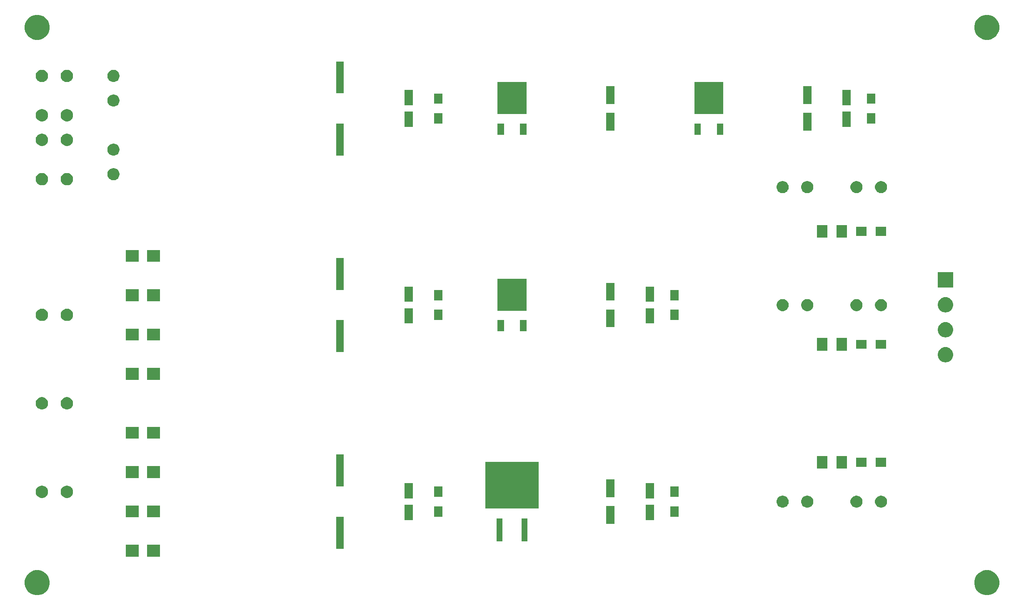
<source format=gbr>
G04 #@! TF.GenerationSoftware,KiCad,Pcbnew,(5.1.5)-3*
G04 #@! TF.CreationDate,2020-11-25T08:49:10-07:00*
G04 #@! TF.ProjectId,Power_Supply,506f7765-725f-4537-9570-706c792e6b69,rev?*
G04 #@! TF.SameCoordinates,Original*
G04 #@! TF.FileFunction,Soldermask,Top*
G04 #@! TF.FilePolarity,Negative*
%FSLAX46Y46*%
G04 Gerber Fmt 4.6, Leading zero omitted, Abs format (unit mm)*
G04 Created by KiCad (PCBNEW (5.1.5)-3) date 2020-11-25 08:49:10*
%MOMM*%
%LPD*%
G04 APERTURE LIST*
%ADD10C,0.100000*%
G04 APERTURE END LIST*
D10*
G36*
X197244098Y-114047033D02*
G01*
X197708350Y-114239332D01*
X197708352Y-114239333D01*
X198126168Y-114518509D01*
X198481491Y-114873832D01*
X198760667Y-115291648D01*
X198760668Y-115291650D01*
X198952967Y-115755902D01*
X199051000Y-116248747D01*
X199051000Y-116751253D01*
X198952967Y-117244098D01*
X198760668Y-117708350D01*
X198760667Y-117708352D01*
X198481491Y-118126168D01*
X198126168Y-118481491D01*
X197708352Y-118760667D01*
X197708351Y-118760668D01*
X197708350Y-118760668D01*
X197244098Y-118952967D01*
X196751253Y-119051000D01*
X196248747Y-119051000D01*
X195755902Y-118952967D01*
X195291650Y-118760668D01*
X195291649Y-118760668D01*
X195291648Y-118760667D01*
X194873832Y-118481491D01*
X194518509Y-118126168D01*
X194239333Y-117708352D01*
X194239332Y-117708350D01*
X194047033Y-117244098D01*
X193949000Y-116751253D01*
X193949000Y-116248747D01*
X194047033Y-115755902D01*
X194239332Y-115291650D01*
X194239333Y-115291648D01*
X194518509Y-114873832D01*
X194873832Y-114518509D01*
X195291648Y-114239333D01*
X195291650Y-114239332D01*
X195755902Y-114047033D01*
X196248747Y-113949000D01*
X196751253Y-113949000D01*
X197244098Y-114047033D01*
G37*
G36*
X4244098Y-114047033D02*
G01*
X4708350Y-114239332D01*
X4708352Y-114239333D01*
X5126168Y-114518509D01*
X5481491Y-114873832D01*
X5760667Y-115291648D01*
X5760668Y-115291650D01*
X5952967Y-115755902D01*
X6051000Y-116248747D01*
X6051000Y-116751253D01*
X5952967Y-117244098D01*
X5760668Y-117708350D01*
X5760667Y-117708352D01*
X5481491Y-118126168D01*
X5126168Y-118481491D01*
X4708352Y-118760667D01*
X4708351Y-118760668D01*
X4708350Y-118760668D01*
X4244098Y-118952967D01*
X3751253Y-119051000D01*
X3248747Y-119051000D01*
X2755902Y-118952967D01*
X2291650Y-118760668D01*
X2291649Y-118760668D01*
X2291648Y-118760667D01*
X1873832Y-118481491D01*
X1518509Y-118126168D01*
X1239333Y-117708352D01*
X1239332Y-117708350D01*
X1047033Y-117244098D01*
X949000Y-116751253D01*
X949000Y-116248747D01*
X1047033Y-115755902D01*
X1239332Y-115291650D01*
X1239333Y-115291648D01*
X1518509Y-114873832D01*
X1873832Y-114518509D01*
X2291648Y-114239333D01*
X2291650Y-114239332D01*
X2755902Y-114047033D01*
X3248747Y-113949000D01*
X3751253Y-113949000D01*
X4244098Y-114047033D01*
G37*
G36*
X28451000Y-111201000D02*
G01*
X25849000Y-111201000D01*
X25849000Y-108799000D01*
X28451000Y-108799000D01*
X28451000Y-111201000D01*
G37*
G36*
X24151000Y-111201000D02*
G01*
X21549000Y-111201000D01*
X21549000Y-108799000D01*
X24151000Y-108799000D01*
X24151000Y-111201000D01*
G37*
G36*
X65751000Y-109576000D02*
G01*
X64249000Y-109576000D01*
X64249000Y-103074000D01*
X65751000Y-103074000D01*
X65751000Y-109576000D01*
G37*
G36*
X98061000Y-108126000D02*
G01*
X96859000Y-108126000D01*
X96859000Y-103424000D01*
X98061000Y-103424000D01*
X98061000Y-108126000D01*
G37*
G36*
X103141000Y-108126000D02*
G01*
X101939000Y-108126000D01*
X101939000Y-103424000D01*
X103141000Y-103424000D01*
X103141000Y-108126000D01*
G37*
G36*
X120851000Y-104501000D02*
G01*
X119149000Y-104501000D01*
X119149000Y-100899000D01*
X120851000Y-100899000D01*
X120851000Y-104501000D01*
G37*
G36*
X79851000Y-103751000D02*
G01*
X78149000Y-103751000D01*
X78149000Y-100649000D01*
X79851000Y-100649000D01*
X79851000Y-103751000D01*
G37*
G36*
X128851000Y-103751000D02*
G01*
X127149000Y-103751000D01*
X127149000Y-100649000D01*
X128851000Y-100649000D01*
X128851000Y-103751000D01*
G37*
G36*
X28451000Y-103201000D02*
G01*
X25849000Y-103201000D01*
X25849000Y-100799000D01*
X28451000Y-100799000D01*
X28451000Y-103201000D01*
G37*
G36*
X24151000Y-103201000D02*
G01*
X21549000Y-103201000D01*
X21549000Y-100799000D01*
X24151000Y-100799000D01*
X24151000Y-103201000D01*
G37*
G36*
X133851000Y-103051000D02*
G01*
X132149000Y-103051000D01*
X132149000Y-100949000D01*
X133851000Y-100949000D01*
X133851000Y-103051000D01*
G37*
G36*
X85851000Y-103051000D02*
G01*
X84149000Y-103051000D01*
X84149000Y-100949000D01*
X85851000Y-100949000D01*
X85851000Y-103051000D01*
G37*
G36*
X105451000Y-101376000D02*
G01*
X94549000Y-101376000D01*
X94549000Y-91874000D01*
X105451000Y-91874000D01*
X105451000Y-101376000D01*
G37*
G36*
X155357610Y-98821114D02*
G01*
X155580727Y-98913532D01*
X155580729Y-98913533D01*
X155631269Y-98947303D01*
X155781529Y-99047703D01*
X155952297Y-99218471D01*
X156086468Y-99419273D01*
X156178886Y-99642390D01*
X156226000Y-99879248D01*
X156226000Y-100120752D01*
X156178886Y-100357610D01*
X156086468Y-100580727D01*
X155952297Y-100781529D01*
X155781529Y-100952297D01*
X155631269Y-101052697D01*
X155580729Y-101086467D01*
X155580728Y-101086468D01*
X155580727Y-101086468D01*
X155357610Y-101178886D01*
X155120752Y-101226000D01*
X154879248Y-101226000D01*
X154642390Y-101178886D01*
X154419273Y-101086468D01*
X154419272Y-101086468D01*
X154419271Y-101086467D01*
X154368731Y-101052697D01*
X154218471Y-100952297D01*
X154047703Y-100781529D01*
X153913532Y-100580727D01*
X153821114Y-100357610D01*
X153774000Y-100120752D01*
X153774000Y-99879248D01*
X153821114Y-99642390D01*
X153913532Y-99419273D01*
X154047703Y-99218471D01*
X154218471Y-99047703D01*
X154368731Y-98947303D01*
X154419271Y-98913533D01*
X154419273Y-98913532D01*
X154642390Y-98821114D01*
X154879248Y-98774000D01*
X155120752Y-98774000D01*
X155357610Y-98821114D01*
G37*
G36*
X175357610Y-98821114D02*
G01*
X175580727Y-98913532D01*
X175580729Y-98913533D01*
X175631269Y-98947303D01*
X175781529Y-99047703D01*
X175952297Y-99218471D01*
X176086468Y-99419273D01*
X176178886Y-99642390D01*
X176226000Y-99879248D01*
X176226000Y-100120752D01*
X176178886Y-100357610D01*
X176086468Y-100580727D01*
X175952297Y-100781529D01*
X175781529Y-100952297D01*
X175631269Y-101052697D01*
X175580729Y-101086467D01*
X175580728Y-101086468D01*
X175580727Y-101086468D01*
X175357610Y-101178886D01*
X175120752Y-101226000D01*
X174879248Y-101226000D01*
X174642390Y-101178886D01*
X174419273Y-101086468D01*
X174419272Y-101086468D01*
X174419271Y-101086467D01*
X174368731Y-101052697D01*
X174218471Y-100952297D01*
X174047703Y-100781529D01*
X173913532Y-100580727D01*
X173821114Y-100357610D01*
X173774000Y-100120752D01*
X173774000Y-99879248D01*
X173821114Y-99642390D01*
X173913532Y-99419273D01*
X174047703Y-99218471D01*
X174218471Y-99047703D01*
X174368731Y-98947303D01*
X174419271Y-98913533D01*
X174419273Y-98913532D01*
X174642390Y-98821114D01*
X174879248Y-98774000D01*
X175120752Y-98774000D01*
X175357610Y-98821114D01*
G37*
G36*
X160357610Y-98821114D02*
G01*
X160580727Y-98913532D01*
X160580729Y-98913533D01*
X160631269Y-98947303D01*
X160781529Y-99047703D01*
X160952297Y-99218471D01*
X161086468Y-99419273D01*
X161178886Y-99642390D01*
X161226000Y-99879248D01*
X161226000Y-100120752D01*
X161178886Y-100357610D01*
X161086468Y-100580727D01*
X160952297Y-100781529D01*
X160781529Y-100952297D01*
X160631269Y-101052697D01*
X160580729Y-101086467D01*
X160580728Y-101086468D01*
X160580727Y-101086468D01*
X160357610Y-101178886D01*
X160120752Y-101226000D01*
X159879248Y-101226000D01*
X159642390Y-101178886D01*
X159419273Y-101086468D01*
X159419272Y-101086468D01*
X159419271Y-101086467D01*
X159368731Y-101052697D01*
X159218471Y-100952297D01*
X159047703Y-100781529D01*
X158913532Y-100580727D01*
X158821114Y-100357610D01*
X158774000Y-100120752D01*
X158774000Y-99879248D01*
X158821114Y-99642390D01*
X158913532Y-99419273D01*
X159047703Y-99218471D01*
X159218471Y-99047703D01*
X159368731Y-98947303D01*
X159419271Y-98913533D01*
X159419273Y-98913532D01*
X159642390Y-98821114D01*
X159879248Y-98774000D01*
X160120752Y-98774000D01*
X160357610Y-98821114D01*
G37*
G36*
X170357610Y-98821114D02*
G01*
X170580727Y-98913532D01*
X170580729Y-98913533D01*
X170631269Y-98947303D01*
X170781529Y-99047703D01*
X170952297Y-99218471D01*
X171086468Y-99419273D01*
X171178886Y-99642390D01*
X171226000Y-99879248D01*
X171226000Y-100120752D01*
X171178886Y-100357610D01*
X171086468Y-100580727D01*
X170952297Y-100781529D01*
X170781529Y-100952297D01*
X170631269Y-101052697D01*
X170580729Y-101086467D01*
X170580728Y-101086468D01*
X170580727Y-101086468D01*
X170357610Y-101178886D01*
X170120752Y-101226000D01*
X169879248Y-101226000D01*
X169642390Y-101178886D01*
X169419273Y-101086468D01*
X169419272Y-101086468D01*
X169419271Y-101086467D01*
X169368731Y-101052697D01*
X169218471Y-100952297D01*
X169047703Y-100781529D01*
X168913532Y-100580727D01*
X168821114Y-100357610D01*
X168774000Y-100120752D01*
X168774000Y-99879248D01*
X168821114Y-99642390D01*
X168913532Y-99419273D01*
X169047703Y-99218471D01*
X169218471Y-99047703D01*
X169368731Y-98947303D01*
X169419271Y-98913533D01*
X169419273Y-98913532D01*
X169642390Y-98821114D01*
X169879248Y-98774000D01*
X170120752Y-98774000D01*
X170357610Y-98821114D01*
G37*
G36*
X79851000Y-99351000D02*
G01*
X78149000Y-99351000D01*
X78149000Y-96249000D01*
X79851000Y-96249000D01*
X79851000Y-99351000D01*
G37*
G36*
X128851000Y-99351000D02*
G01*
X127149000Y-99351000D01*
X127149000Y-96249000D01*
X128851000Y-96249000D01*
X128851000Y-99351000D01*
G37*
G36*
X9904903Y-96797075D02*
G01*
X10132571Y-96891378D01*
X10337466Y-97028285D01*
X10511715Y-97202534D01*
X10648622Y-97407429D01*
X10742925Y-97635097D01*
X10791000Y-97876787D01*
X10791000Y-98123213D01*
X10742925Y-98364903D01*
X10648622Y-98592571D01*
X10511715Y-98797466D01*
X10337466Y-98971715D01*
X10132571Y-99108622D01*
X10132570Y-99108623D01*
X10132569Y-99108623D01*
X9904903Y-99202925D01*
X9663214Y-99251000D01*
X9416786Y-99251000D01*
X9175097Y-99202925D01*
X8947431Y-99108623D01*
X8947430Y-99108623D01*
X8947429Y-99108622D01*
X8742534Y-98971715D01*
X8568285Y-98797466D01*
X8431378Y-98592571D01*
X8337075Y-98364903D01*
X8289000Y-98123213D01*
X8289000Y-97876787D01*
X8337075Y-97635097D01*
X8431378Y-97407429D01*
X8568285Y-97202534D01*
X8742534Y-97028285D01*
X8947429Y-96891378D01*
X9175097Y-96797075D01*
X9416786Y-96749000D01*
X9663214Y-96749000D01*
X9904903Y-96797075D01*
G37*
G36*
X4824903Y-96797075D02*
G01*
X5052571Y-96891378D01*
X5257466Y-97028285D01*
X5431715Y-97202534D01*
X5568622Y-97407429D01*
X5662925Y-97635097D01*
X5711000Y-97876787D01*
X5711000Y-98123213D01*
X5662925Y-98364903D01*
X5568622Y-98592571D01*
X5431715Y-98797466D01*
X5257466Y-98971715D01*
X5052571Y-99108622D01*
X5052570Y-99108623D01*
X5052569Y-99108623D01*
X4824903Y-99202925D01*
X4583214Y-99251000D01*
X4336786Y-99251000D01*
X4095097Y-99202925D01*
X3867431Y-99108623D01*
X3867430Y-99108623D01*
X3867429Y-99108622D01*
X3662534Y-98971715D01*
X3488285Y-98797466D01*
X3351378Y-98592571D01*
X3257075Y-98364903D01*
X3209000Y-98123213D01*
X3209000Y-97876787D01*
X3257075Y-97635097D01*
X3351378Y-97407429D01*
X3488285Y-97202534D01*
X3662534Y-97028285D01*
X3867429Y-96891378D01*
X4095097Y-96797075D01*
X4336786Y-96749000D01*
X4583214Y-96749000D01*
X4824903Y-96797075D01*
G37*
G36*
X120851000Y-99101000D02*
G01*
X119149000Y-99101000D01*
X119149000Y-95499000D01*
X120851000Y-95499000D01*
X120851000Y-99101000D01*
G37*
G36*
X133851000Y-99051000D02*
G01*
X132149000Y-99051000D01*
X132149000Y-96949000D01*
X133851000Y-96949000D01*
X133851000Y-99051000D01*
G37*
G36*
X85851000Y-99051000D02*
G01*
X84149000Y-99051000D01*
X84149000Y-96949000D01*
X85851000Y-96949000D01*
X85851000Y-99051000D01*
G37*
G36*
X65751000Y-96926000D02*
G01*
X64249000Y-96926000D01*
X64249000Y-90424000D01*
X65751000Y-90424000D01*
X65751000Y-96926000D01*
G37*
G36*
X28451000Y-95201000D02*
G01*
X25849000Y-95201000D01*
X25849000Y-92799000D01*
X28451000Y-92799000D01*
X28451000Y-95201000D01*
G37*
G36*
X24151000Y-95201000D02*
G01*
X21549000Y-95201000D01*
X21549000Y-92799000D01*
X24151000Y-92799000D01*
X24151000Y-95201000D01*
G37*
G36*
X164051000Y-93301000D02*
G01*
X161949000Y-93301000D01*
X161949000Y-90699000D01*
X164051000Y-90699000D01*
X164051000Y-93301000D01*
G37*
G36*
X168051000Y-93301000D02*
G01*
X165949000Y-93301000D01*
X165949000Y-90699000D01*
X168051000Y-90699000D01*
X168051000Y-93301000D01*
G37*
G36*
X172051000Y-92901000D02*
G01*
X169949000Y-92901000D01*
X169949000Y-91099000D01*
X172051000Y-91099000D01*
X172051000Y-92901000D01*
G37*
G36*
X176051000Y-92901000D02*
G01*
X173949000Y-92901000D01*
X173949000Y-91099000D01*
X176051000Y-91099000D01*
X176051000Y-92901000D01*
G37*
G36*
X24151000Y-87201000D02*
G01*
X21549000Y-87201000D01*
X21549000Y-84799000D01*
X24151000Y-84799000D01*
X24151000Y-87201000D01*
G37*
G36*
X28451000Y-87201000D02*
G01*
X25849000Y-87201000D01*
X25849000Y-84799000D01*
X28451000Y-84799000D01*
X28451000Y-87201000D01*
G37*
G36*
X9904903Y-78797075D02*
G01*
X10132571Y-78891378D01*
X10337466Y-79028285D01*
X10511715Y-79202534D01*
X10648622Y-79407429D01*
X10742925Y-79635097D01*
X10791000Y-79876787D01*
X10791000Y-80123213D01*
X10742925Y-80364903D01*
X10648622Y-80592571D01*
X10511715Y-80797466D01*
X10337466Y-80971715D01*
X10132571Y-81108622D01*
X10132570Y-81108623D01*
X10132569Y-81108623D01*
X9904903Y-81202925D01*
X9663214Y-81251000D01*
X9416786Y-81251000D01*
X9175097Y-81202925D01*
X8947431Y-81108623D01*
X8947430Y-81108623D01*
X8947429Y-81108622D01*
X8742534Y-80971715D01*
X8568285Y-80797466D01*
X8431378Y-80592571D01*
X8337075Y-80364903D01*
X8289000Y-80123213D01*
X8289000Y-79876787D01*
X8337075Y-79635097D01*
X8431378Y-79407429D01*
X8568285Y-79202534D01*
X8742534Y-79028285D01*
X8947429Y-78891378D01*
X9175097Y-78797075D01*
X9416786Y-78749000D01*
X9663214Y-78749000D01*
X9904903Y-78797075D01*
G37*
G36*
X4824903Y-78797075D02*
G01*
X5052571Y-78891378D01*
X5257466Y-79028285D01*
X5431715Y-79202534D01*
X5568622Y-79407429D01*
X5662925Y-79635097D01*
X5711000Y-79876787D01*
X5711000Y-80123213D01*
X5662925Y-80364903D01*
X5568622Y-80592571D01*
X5431715Y-80797466D01*
X5257466Y-80971715D01*
X5052571Y-81108622D01*
X5052570Y-81108623D01*
X5052569Y-81108623D01*
X4824903Y-81202925D01*
X4583214Y-81251000D01*
X4336786Y-81251000D01*
X4095097Y-81202925D01*
X3867431Y-81108623D01*
X3867430Y-81108623D01*
X3867429Y-81108622D01*
X3662534Y-80971715D01*
X3488285Y-80797466D01*
X3351378Y-80592571D01*
X3257075Y-80364903D01*
X3209000Y-80123213D01*
X3209000Y-79876787D01*
X3257075Y-79635097D01*
X3351378Y-79407429D01*
X3488285Y-79202534D01*
X3662534Y-79028285D01*
X3867429Y-78891378D01*
X4095097Y-78797075D01*
X4336786Y-78749000D01*
X4583214Y-78749000D01*
X4824903Y-78797075D01*
G37*
G36*
X28451000Y-75201000D02*
G01*
X25849000Y-75201000D01*
X25849000Y-72799000D01*
X28451000Y-72799000D01*
X28451000Y-75201000D01*
G37*
G36*
X24151000Y-75201000D02*
G01*
X21549000Y-75201000D01*
X21549000Y-72799000D01*
X24151000Y-72799000D01*
X24151000Y-75201000D01*
G37*
G36*
X188389585Y-68582802D02*
G01*
X188539410Y-68612604D01*
X188821674Y-68729521D01*
X189075705Y-68899259D01*
X189291741Y-69115295D01*
X189461479Y-69369326D01*
X189578396Y-69651590D01*
X189638000Y-69951240D01*
X189638000Y-70256760D01*
X189578396Y-70556410D01*
X189461479Y-70838674D01*
X189291741Y-71092705D01*
X189075705Y-71308741D01*
X188821674Y-71478479D01*
X188539410Y-71595396D01*
X188389585Y-71625198D01*
X188239761Y-71655000D01*
X187934239Y-71655000D01*
X187784415Y-71625198D01*
X187634590Y-71595396D01*
X187352326Y-71478479D01*
X187098295Y-71308741D01*
X186882259Y-71092705D01*
X186712521Y-70838674D01*
X186595604Y-70556410D01*
X186536000Y-70256760D01*
X186536000Y-69951240D01*
X186595604Y-69651590D01*
X186712521Y-69369326D01*
X186882259Y-69115295D01*
X187098295Y-68899259D01*
X187352326Y-68729521D01*
X187634590Y-68612604D01*
X187784415Y-68582802D01*
X187934239Y-68553000D01*
X188239761Y-68553000D01*
X188389585Y-68582802D01*
G37*
G36*
X65751000Y-69576000D02*
G01*
X64249000Y-69576000D01*
X64249000Y-63074000D01*
X65751000Y-63074000D01*
X65751000Y-69576000D01*
G37*
G36*
X168051000Y-69301000D02*
G01*
X165949000Y-69301000D01*
X165949000Y-66699000D01*
X168051000Y-66699000D01*
X168051000Y-69301000D01*
G37*
G36*
X164051000Y-69301000D02*
G01*
X161949000Y-69301000D01*
X161949000Y-66699000D01*
X164051000Y-66699000D01*
X164051000Y-69301000D01*
G37*
G36*
X172051000Y-68901000D02*
G01*
X169949000Y-68901000D01*
X169949000Y-67099000D01*
X172051000Y-67099000D01*
X172051000Y-68901000D01*
G37*
G36*
X176051000Y-68901000D02*
G01*
X173949000Y-68901000D01*
X173949000Y-67099000D01*
X176051000Y-67099000D01*
X176051000Y-68901000D01*
G37*
G36*
X24151000Y-67201000D02*
G01*
X21549000Y-67201000D01*
X21549000Y-64799000D01*
X24151000Y-64799000D01*
X24151000Y-67201000D01*
G37*
G36*
X28451000Y-67201000D02*
G01*
X25849000Y-67201000D01*
X25849000Y-64799000D01*
X28451000Y-64799000D01*
X28451000Y-67201000D01*
G37*
G36*
X188389585Y-63502802D02*
G01*
X188539410Y-63532604D01*
X188821674Y-63649521D01*
X189075705Y-63819259D01*
X189291741Y-64035295D01*
X189461479Y-64289326D01*
X189578396Y-64571590D01*
X189638000Y-64871240D01*
X189638000Y-65176760D01*
X189578396Y-65476410D01*
X189461479Y-65758674D01*
X189291741Y-66012705D01*
X189075705Y-66228741D01*
X188821674Y-66398479D01*
X188539410Y-66515396D01*
X188389585Y-66545198D01*
X188239761Y-66575000D01*
X187934239Y-66575000D01*
X187784415Y-66545198D01*
X187634590Y-66515396D01*
X187352326Y-66398479D01*
X187098295Y-66228741D01*
X186882259Y-66012705D01*
X186712521Y-65758674D01*
X186595604Y-65476410D01*
X186536000Y-65176760D01*
X186536000Y-64871240D01*
X186595604Y-64571590D01*
X186712521Y-64289326D01*
X186882259Y-64035295D01*
X187098295Y-63819259D01*
X187352326Y-63649521D01*
X187634590Y-63532604D01*
X187784415Y-63502802D01*
X187934239Y-63473000D01*
X188239761Y-63473000D01*
X188389585Y-63502802D01*
G37*
G36*
X98371000Y-65351000D02*
G01*
X97069000Y-65351000D01*
X97069000Y-63049000D01*
X98371000Y-63049000D01*
X98371000Y-65351000D01*
G37*
G36*
X102931000Y-65351000D02*
G01*
X101629000Y-65351000D01*
X101629000Y-63049000D01*
X102931000Y-63049000D01*
X102931000Y-65351000D01*
G37*
G36*
X120851000Y-64501000D02*
G01*
X119149000Y-64501000D01*
X119149000Y-60899000D01*
X120851000Y-60899000D01*
X120851000Y-64501000D01*
G37*
G36*
X79851000Y-63751000D02*
G01*
X78149000Y-63751000D01*
X78149000Y-60649000D01*
X79851000Y-60649000D01*
X79851000Y-63751000D01*
G37*
G36*
X128851000Y-63751000D02*
G01*
X127149000Y-63751000D01*
X127149000Y-60649000D01*
X128851000Y-60649000D01*
X128851000Y-63751000D01*
G37*
G36*
X9826748Y-60781529D02*
G01*
X9904903Y-60797075D01*
X10132571Y-60891378D01*
X10337466Y-61028285D01*
X10511715Y-61202534D01*
X10648622Y-61407429D01*
X10742925Y-61635097D01*
X10791000Y-61876787D01*
X10791000Y-62123213D01*
X10742925Y-62364903D01*
X10648622Y-62592571D01*
X10511715Y-62797466D01*
X10337466Y-62971715D01*
X10132571Y-63108622D01*
X10132570Y-63108623D01*
X10132569Y-63108623D01*
X9904903Y-63202925D01*
X9663214Y-63251000D01*
X9416786Y-63251000D01*
X9175097Y-63202925D01*
X8947431Y-63108623D01*
X8947430Y-63108623D01*
X8947429Y-63108622D01*
X8742534Y-62971715D01*
X8568285Y-62797466D01*
X8431378Y-62592571D01*
X8337075Y-62364903D01*
X8289000Y-62123213D01*
X8289000Y-61876787D01*
X8337075Y-61635097D01*
X8431378Y-61407429D01*
X8568285Y-61202534D01*
X8742534Y-61028285D01*
X8947429Y-60891378D01*
X9175097Y-60797075D01*
X9253252Y-60781529D01*
X9416786Y-60749000D01*
X9663214Y-60749000D01*
X9826748Y-60781529D01*
G37*
G36*
X4746748Y-60781529D02*
G01*
X4824903Y-60797075D01*
X5052571Y-60891378D01*
X5257466Y-61028285D01*
X5431715Y-61202534D01*
X5568622Y-61407429D01*
X5662925Y-61635097D01*
X5711000Y-61876787D01*
X5711000Y-62123213D01*
X5662925Y-62364903D01*
X5568622Y-62592571D01*
X5431715Y-62797466D01*
X5257466Y-62971715D01*
X5052571Y-63108622D01*
X5052570Y-63108623D01*
X5052569Y-63108623D01*
X4824903Y-63202925D01*
X4583214Y-63251000D01*
X4336786Y-63251000D01*
X4095097Y-63202925D01*
X3867431Y-63108623D01*
X3867430Y-63108623D01*
X3867429Y-63108622D01*
X3662534Y-62971715D01*
X3488285Y-62797466D01*
X3351378Y-62592571D01*
X3257075Y-62364903D01*
X3209000Y-62123213D01*
X3209000Y-61876787D01*
X3257075Y-61635097D01*
X3351378Y-61407429D01*
X3488285Y-61202534D01*
X3662534Y-61028285D01*
X3867429Y-60891378D01*
X4095097Y-60797075D01*
X4173252Y-60781529D01*
X4336786Y-60749000D01*
X4583214Y-60749000D01*
X4746748Y-60781529D01*
G37*
G36*
X85851000Y-63051000D02*
G01*
X84149000Y-63051000D01*
X84149000Y-60949000D01*
X85851000Y-60949000D01*
X85851000Y-63051000D01*
G37*
G36*
X133851000Y-63051000D02*
G01*
X132149000Y-63051000D01*
X132149000Y-60949000D01*
X133851000Y-60949000D01*
X133851000Y-63051000D01*
G37*
G36*
X188389585Y-58422802D02*
G01*
X188539410Y-58452604D01*
X188821674Y-58569521D01*
X189075705Y-58739259D01*
X189291741Y-58955295D01*
X189461479Y-59209326D01*
X189578396Y-59491590D01*
X189638000Y-59791240D01*
X189638000Y-60096760D01*
X189578396Y-60396410D01*
X189461479Y-60678674D01*
X189291741Y-60932705D01*
X189075705Y-61148741D01*
X188821674Y-61318479D01*
X188539410Y-61435396D01*
X188389585Y-61465198D01*
X188239761Y-61495000D01*
X187934239Y-61495000D01*
X187784415Y-61465198D01*
X187634590Y-61435396D01*
X187352326Y-61318479D01*
X187098295Y-61148741D01*
X186882259Y-60932705D01*
X186712521Y-60678674D01*
X186595604Y-60396410D01*
X186536000Y-60096760D01*
X186536000Y-59791240D01*
X186595604Y-59491590D01*
X186712521Y-59209326D01*
X186882259Y-58955295D01*
X187098295Y-58739259D01*
X187352326Y-58569521D01*
X187634590Y-58452604D01*
X187784415Y-58422802D01*
X187934239Y-58393000D01*
X188239761Y-58393000D01*
X188389585Y-58422802D01*
G37*
G36*
X175357610Y-58821114D02*
G01*
X175580727Y-58913532D01*
X175580729Y-58913533D01*
X175631269Y-58947303D01*
X175781529Y-59047703D01*
X175952297Y-59218471D01*
X176086468Y-59419273D01*
X176178886Y-59642390D01*
X176226000Y-59879248D01*
X176226000Y-60120752D01*
X176178886Y-60357610D01*
X176086468Y-60580727D01*
X175952297Y-60781529D01*
X175781529Y-60952297D01*
X175667806Y-61028284D01*
X175580729Y-61086467D01*
X175580728Y-61086468D01*
X175580727Y-61086468D01*
X175357610Y-61178886D01*
X175120752Y-61226000D01*
X174879248Y-61226000D01*
X174642390Y-61178886D01*
X174419273Y-61086468D01*
X174419272Y-61086468D01*
X174419271Y-61086467D01*
X174332194Y-61028284D01*
X174218471Y-60952297D01*
X174047703Y-60781529D01*
X173913532Y-60580727D01*
X173821114Y-60357610D01*
X173774000Y-60120752D01*
X173774000Y-59879248D01*
X173821114Y-59642390D01*
X173913532Y-59419273D01*
X174047703Y-59218471D01*
X174218471Y-59047703D01*
X174368731Y-58947303D01*
X174419271Y-58913533D01*
X174419273Y-58913532D01*
X174642390Y-58821114D01*
X174879248Y-58774000D01*
X175120752Y-58774000D01*
X175357610Y-58821114D01*
G37*
G36*
X155357610Y-58821114D02*
G01*
X155580727Y-58913532D01*
X155580729Y-58913533D01*
X155631269Y-58947303D01*
X155781529Y-59047703D01*
X155952297Y-59218471D01*
X156086468Y-59419273D01*
X156178886Y-59642390D01*
X156226000Y-59879248D01*
X156226000Y-60120752D01*
X156178886Y-60357610D01*
X156086468Y-60580727D01*
X155952297Y-60781529D01*
X155781529Y-60952297D01*
X155667806Y-61028284D01*
X155580729Y-61086467D01*
X155580728Y-61086468D01*
X155580727Y-61086468D01*
X155357610Y-61178886D01*
X155120752Y-61226000D01*
X154879248Y-61226000D01*
X154642390Y-61178886D01*
X154419273Y-61086468D01*
X154419272Y-61086468D01*
X154419271Y-61086467D01*
X154332194Y-61028284D01*
X154218471Y-60952297D01*
X154047703Y-60781529D01*
X153913532Y-60580727D01*
X153821114Y-60357610D01*
X153774000Y-60120752D01*
X153774000Y-59879248D01*
X153821114Y-59642390D01*
X153913532Y-59419273D01*
X154047703Y-59218471D01*
X154218471Y-59047703D01*
X154368731Y-58947303D01*
X154419271Y-58913533D01*
X154419273Y-58913532D01*
X154642390Y-58821114D01*
X154879248Y-58774000D01*
X155120752Y-58774000D01*
X155357610Y-58821114D01*
G37*
G36*
X160357610Y-58821114D02*
G01*
X160580727Y-58913532D01*
X160580729Y-58913533D01*
X160631269Y-58947303D01*
X160781529Y-59047703D01*
X160952297Y-59218471D01*
X161086468Y-59419273D01*
X161178886Y-59642390D01*
X161226000Y-59879248D01*
X161226000Y-60120752D01*
X161178886Y-60357610D01*
X161086468Y-60580727D01*
X160952297Y-60781529D01*
X160781529Y-60952297D01*
X160667806Y-61028284D01*
X160580729Y-61086467D01*
X160580728Y-61086468D01*
X160580727Y-61086468D01*
X160357610Y-61178886D01*
X160120752Y-61226000D01*
X159879248Y-61226000D01*
X159642390Y-61178886D01*
X159419273Y-61086468D01*
X159419272Y-61086468D01*
X159419271Y-61086467D01*
X159332194Y-61028284D01*
X159218471Y-60952297D01*
X159047703Y-60781529D01*
X158913532Y-60580727D01*
X158821114Y-60357610D01*
X158774000Y-60120752D01*
X158774000Y-59879248D01*
X158821114Y-59642390D01*
X158913532Y-59419273D01*
X159047703Y-59218471D01*
X159218471Y-59047703D01*
X159368731Y-58947303D01*
X159419271Y-58913533D01*
X159419273Y-58913532D01*
X159642390Y-58821114D01*
X159879248Y-58774000D01*
X160120752Y-58774000D01*
X160357610Y-58821114D01*
G37*
G36*
X170357610Y-58821114D02*
G01*
X170580727Y-58913532D01*
X170580729Y-58913533D01*
X170631269Y-58947303D01*
X170781529Y-59047703D01*
X170952297Y-59218471D01*
X171086468Y-59419273D01*
X171178886Y-59642390D01*
X171226000Y-59879248D01*
X171226000Y-60120752D01*
X171178886Y-60357610D01*
X171086468Y-60580727D01*
X170952297Y-60781529D01*
X170781529Y-60952297D01*
X170667806Y-61028284D01*
X170580729Y-61086467D01*
X170580728Y-61086468D01*
X170580727Y-61086468D01*
X170357610Y-61178886D01*
X170120752Y-61226000D01*
X169879248Y-61226000D01*
X169642390Y-61178886D01*
X169419273Y-61086468D01*
X169419272Y-61086468D01*
X169419271Y-61086467D01*
X169332194Y-61028284D01*
X169218471Y-60952297D01*
X169047703Y-60781529D01*
X168913532Y-60580727D01*
X168821114Y-60357610D01*
X168774000Y-60120752D01*
X168774000Y-59879248D01*
X168821114Y-59642390D01*
X168913532Y-59419273D01*
X169047703Y-59218471D01*
X169218471Y-59047703D01*
X169368731Y-58947303D01*
X169419271Y-58913533D01*
X169419273Y-58913532D01*
X169642390Y-58821114D01*
X169879248Y-58774000D01*
X170120752Y-58774000D01*
X170357610Y-58821114D01*
G37*
G36*
X102951000Y-61151000D02*
G01*
X97049000Y-61151000D01*
X97049000Y-54649000D01*
X102951000Y-54649000D01*
X102951000Y-61151000D01*
G37*
G36*
X79851000Y-59351000D02*
G01*
X78149000Y-59351000D01*
X78149000Y-56249000D01*
X79851000Y-56249000D01*
X79851000Y-59351000D01*
G37*
G36*
X128851000Y-59351000D02*
G01*
X127149000Y-59351000D01*
X127149000Y-56249000D01*
X128851000Y-56249000D01*
X128851000Y-59351000D01*
G37*
G36*
X28451000Y-59201000D02*
G01*
X25849000Y-59201000D01*
X25849000Y-56799000D01*
X28451000Y-56799000D01*
X28451000Y-59201000D01*
G37*
G36*
X24151000Y-59201000D02*
G01*
X21549000Y-59201000D01*
X21549000Y-56799000D01*
X24151000Y-56799000D01*
X24151000Y-59201000D01*
G37*
G36*
X120851000Y-59101000D02*
G01*
X119149000Y-59101000D01*
X119149000Y-55499000D01*
X120851000Y-55499000D01*
X120851000Y-59101000D01*
G37*
G36*
X133851000Y-59051000D02*
G01*
X132149000Y-59051000D01*
X132149000Y-56949000D01*
X133851000Y-56949000D01*
X133851000Y-59051000D01*
G37*
G36*
X85851000Y-59051000D02*
G01*
X84149000Y-59051000D01*
X84149000Y-56949000D01*
X85851000Y-56949000D01*
X85851000Y-59051000D01*
G37*
G36*
X65751000Y-56926000D02*
G01*
X64249000Y-56926000D01*
X64249000Y-50424000D01*
X65751000Y-50424000D01*
X65751000Y-56926000D01*
G37*
G36*
X189638000Y-56415000D02*
G01*
X186536000Y-56415000D01*
X186536000Y-53313000D01*
X189638000Y-53313000D01*
X189638000Y-56415000D01*
G37*
G36*
X28451000Y-51201000D02*
G01*
X25849000Y-51201000D01*
X25849000Y-48799000D01*
X28451000Y-48799000D01*
X28451000Y-51201000D01*
G37*
G36*
X24151000Y-51201000D02*
G01*
X21549000Y-51201000D01*
X21549000Y-48799000D01*
X24151000Y-48799000D01*
X24151000Y-51201000D01*
G37*
G36*
X164051000Y-46301000D02*
G01*
X161949000Y-46301000D01*
X161949000Y-43699000D01*
X164051000Y-43699000D01*
X164051000Y-46301000D01*
G37*
G36*
X168051000Y-46301000D02*
G01*
X165949000Y-46301000D01*
X165949000Y-43699000D01*
X168051000Y-43699000D01*
X168051000Y-46301000D01*
G37*
G36*
X172051000Y-45901000D02*
G01*
X169949000Y-45901000D01*
X169949000Y-44099000D01*
X172051000Y-44099000D01*
X172051000Y-45901000D01*
G37*
G36*
X176051000Y-45901000D02*
G01*
X173949000Y-45901000D01*
X173949000Y-44099000D01*
X176051000Y-44099000D01*
X176051000Y-45901000D01*
G37*
G36*
X175357610Y-34821114D02*
G01*
X175580727Y-34913532D01*
X175580729Y-34913533D01*
X175631269Y-34947303D01*
X175781529Y-35047703D01*
X175952297Y-35218471D01*
X176086468Y-35419273D01*
X176178886Y-35642390D01*
X176226000Y-35879248D01*
X176226000Y-36120752D01*
X176178886Y-36357610D01*
X176086468Y-36580727D01*
X175952297Y-36781529D01*
X175781529Y-36952297D01*
X175631269Y-37052697D01*
X175580729Y-37086467D01*
X175580728Y-37086468D01*
X175580727Y-37086468D01*
X175357610Y-37178886D01*
X175120752Y-37226000D01*
X174879248Y-37226000D01*
X174642390Y-37178886D01*
X174419273Y-37086468D01*
X174419272Y-37086468D01*
X174419271Y-37086467D01*
X174368731Y-37052697D01*
X174218471Y-36952297D01*
X174047703Y-36781529D01*
X173913532Y-36580727D01*
X173821114Y-36357610D01*
X173774000Y-36120752D01*
X173774000Y-35879248D01*
X173821114Y-35642390D01*
X173913532Y-35419273D01*
X174047703Y-35218471D01*
X174218471Y-35047703D01*
X174368731Y-34947303D01*
X174419271Y-34913533D01*
X174419273Y-34913532D01*
X174642390Y-34821114D01*
X174879248Y-34774000D01*
X175120752Y-34774000D01*
X175357610Y-34821114D01*
G37*
G36*
X170357610Y-34821114D02*
G01*
X170580727Y-34913532D01*
X170580729Y-34913533D01*
X170631269Y-34947303D01*
X170781529Y-35047703D01*
X170952297Y-35218471D01*
X171086468Y-35419273D01*
X171178886Y-35642390D01*
X171226000Y-35879248D01*
X171226000Y-36120752D01*
X171178886Y-36357610D01*
X171086468Y-36580727D01*
X170952297Y-36781529D01*
X170781529Y-36952297D01*
X170631269Y-37052697D01*
X170580729Y-37086467D01*
X170580728Y-37086468D01*
X170580727Y-37086468D01*
X170357610Y-37178886D01*
X170120752Y-37226000D01*
X169879248Y-37226000D01*
X169642390Y-37178886D01*
X169419273Y-37086468D01*
X169419272Y-37086468D01*
X169419271Y-37086467D01*
X169368731Y-37052697D01*
X169218471Y-36952297D01*
X169047703Y-36781529D01*
X168913532Y-36580727D01*
X168821114Y-36357610D01*
X168774000Y-36120752D01*
X168774000Y-35879248D01*
X168821114Y-35642390D01*
X168913532Y-35419273D01*
X169047703Y-35218471D01*
X169218471Y-35047703D01*
X169368731Y-34947303D01*
X169419271Y-34913533D01*
X169419273Y-34913532D01*
X169642390Y-34821114D01*
X169879248Y-34774000D01*
X170120752Y-34774000D01*
X170357610Y-34821114D01*
G37*
G36*
X155357610Y-34821114D02*
G01*
X155580727Y-34913532D01*
X155580729Y-34913533D01*
X155631269Y-34947303D01*
X155781529Y-35047703D01*
X155952297Y-35218471D01*
X156086468Y-35419273D01*
X156178886Y-35642390D01*
X156226000Y-35879248D01*
X156226000Y-36120752D01*
X156178886Y-36357610D01*
X156086468Y-36580727D01*
X155952297Y-36781529D01*
X155781529Y-36952297D01*
X155631269Y-37052697D01*
X155580729Y-37086467D01*
X155580728Y-37086468D01*
X155580727Y-37086468D01*
X155357610Y-37178886D01*
X155120752Y-37226000D01*
X154879248Y-37226000D01*
X154642390Y-37178886D01*
X154419273Y-37086468D01*
X154419272Y-37086468D01*
X154419271Y-37086467D01*
X154368731Y-37052697D01*
X154218471Y-36952297D01*
X154047703Y-36781529D01*
X153913532Y-36580727D01*
X153821114Y-36357610D01*
X153774000Y-36120752D01*
X153774000Y-35879248D01*
X153821114Y-35642390D01*
X153913532Y-35419273D01*
X154047703Y-35218471D01*
X154218471Y-35047703D01*
X154368731Y-34947303D01*
X154419271Y-34913533D01*
X154419273Y-34913532D01*
X154642390Y-34821114D01*
X154879248Y-34774000D01*
X155120752Y-34774000D01*
X155357610Y-34821114D01*
G37*
G36*
X160357610Y-34821114D02*
G01*
X160580727Y-34913532D01*
X160580729Y-34913533D01*
X160631269Y-34947303D01*
X160781529Y-35047703D01*
X160952297Y-35218471D01*
X161086468Y-35419273D01*
X161178886Y-35642390D01*
X161226000Y-35879248D01*
X161226000Y-36120752D01*
X161178886Y-36357610D01*
X161086468Y-36580727D01*
X160952297Y-36781529D01*
X160781529Y-36952297D01*
X160631269Y-37052697D01*
X160580729Y-37086467D01*
X160580728Y-37086468D01*
X160580727Y-37086468D01*
X160357610Y-37178886D01*
X160120752Y-37226000D01*
X159879248Y-37226000D01*
X159642390Y-37178886D01*
X159419273Y-37086468D01*
X159419272Y-37086468D01*
X159419271Y-37086467D01*
X159368731Y-37052697D01*
X159218471Y-36952297D01*
X159047703Y-36781529D01*
X158913532Y-36580727D01*
X158821114Y-36357610D01*
X158774000Y-36120752D01*
X158774000Y-35879248D01*
X158821114Y-35642390D01*
X158913532Y-35419273D01*
X159047703Y-35218471D01*
X159218471Y-35047703D01*
X159368731Y-34947303D01*
X159419271Y-34913533D01*
X159419273Y-34913532D01*
X159642390Y-34821114D01*
X159879248Y-34774000D01*
X160120752Y-34774000D01*
X160357610Y-34821114D01*
G37*
G36*
X4824903Y-33175275D02*
G01*
X5023292Y-33257450D01*
X5052571Y-33269578D01*
X5257466Y-33406485D01*
X5431715Y-33580734D01*
X5568622Y-33785629D01*
X5568623Y-33785631D01*
X5662925Y-34013297D01*
X5711000Y-34254986D01*
X5711000Y-34501414D01*
X5662925Y-34743103D01*
X5568622Y-34970771D01*
X5431715Y-35175666D01*
X5257466Y-35349915D01*
X5052571Y-35486822D01*
X5052570Y-35486823D01*
X5052569Y-35486823D01*
X4824903Y-35581125D01*
X4583214Y-35629200D01*
X4336786Y-35629200D01*
X4095097Y-35581125D01*
X3867431Y-35486823D01*
X3867430Y-35486823D01*
X3867429Y-35486822D01*
X3662534Y-35349915D01*
X3488285Y-35175666D01*
X3351378Y-34970771D01*
X3257075Y-34743103D01*
X3209000Y-34501414D01*
X3209000Y-34254986D01*
X3257075Y-34013297D01*
X3351377Y-33785631D01*
X3351378Y-33785629D01*
X3488285Y-33580734D01*
X3662534Y-33406485D01*
X3867429Y-33269578D01*
X3896709Y-33257450D01*
X4095097Y-33175275D01*
X4336786Y-33127200D01*
X4583214Y-33127200D01*
X4824903Y-33175275D01*
G37*
G36*
X9904903Y-33175275D02*
G01*
X10103292Y-33257450D01*
X10132571Y-33269578D01*
X10337466Y-33406485D01*
X10511715Y-33580734D01*
X10648622Y-33785629D01*
X10648623Y-33785631D01*
X10742925Y-34013297D01*
X10791000Y-34254986D01*
X10791000Y-34501414D01*
X10742925Y-34743103D01*
X10648622Y-34970771D01*
X10511715Y-35175666D01*
X10337466Y-35349915D01*
X10132571Y-35486822D01*
X10132570Y-35486823D01*
X10132569Y-35486823D01*
X9904903Y-35581125D01*
X9663214Y-35629200D01*
X9416786Y-35629200D01*
X9175097Y-35581125D01*
X8947431Y-35486823D01*
X8947430Y-35486823D01*
X8947429Y-35486822D01*
X8742534Y-35349915D01*
X8568285Y-35175666D01*
X8431378Y-34970771D01*
X8337075Y-34743103D01*
X8289000Y-34501414D01*
X8289000Y-34254986D01*
X8337075Y-34013297D01*
X8431377Y-33785631D01*
X8431378Y-33785629D01*
X8568285Y-33580734D01*
X8742534Y-33406485D01*
X8947429Y-33269578D01*
X8976709Y-33257450D01*
X9175097Y-33175275D01*
X9416786Y-33127200D01*
X9663214Y-33127200D01*
X9904903Y-33175275D01*
G37*
G36*
X19357610Y-32199314D02*
G01*
X19580727Y-32291732D01*
X19580729Y-32291733D01*
X19631269Y-32325503D01*
X19781529Y-32425903D01*
X19952297Y-32596671D01*
X20086468Y-32797473D01*
X20178886Y-33020590D01*
X20226000Y-33257448D01*
X20226000Y-33498952D01*
X20178886Y-33735810D01*
X20086468Y-33958927D01*
X19952297Y-34159729D01*
X19781529Y-34330497D01*
X19631269Y-34430897D01*
X19580729Y-34464667D01*
X19580728Y-34464668D01*
X19580727Y-34464668D01*
X19357610Y-34557086D01*
X19120752Y-34604200D01*
X18879248Y-34604200D01*
X18642390Y-34557086D01*
X18419273Y-34464668D01*
X18419272Y-34464668D01*
X18419271Y-34464667D01*
X18368731Y-34430897D01*
X18218471Y-34330497D01*
X18047703Y-34159729D01*
X17913532Y-33958927D01*
X17821114Y-33735810D01*
X17774000Y-33498952D01*
X17774000Y-33257448D01*
X17821114Y-33020590D01*
X17913532Y-32797473D01*
X18047703Y-32596671D01*
X18218471Y-32425903D01*
X18368731Y-32325503D01*
X18419271Y-32291733D01*
X18419273Y-32291732D01*
X18642390Y-32199314D01*
X18879248Y-32152200D01*
X19120752Y-32152200D01*
X19357610Y-32199314D01*
G37*
G36*
X19357610Y-27199314D02*
G01*
X19580727Y-27291732D01*
X19580729Y-27291733D01*
X19631269Y-27325503D01*
X19781529Y-27425903D01*
X19952297Y-27596671D01*
X20086468Y-27797473D01*
X20178886Y-28020590D01*
X20226000Y-28257448D01*
X20226000Y-28498952D01*
X20178886Y-28735810D01*
X20086468Y-28958927D01*
X19952297Y-29159729D01*
X19781529Y-29330497D01*
X19631269Y-29430897D01*
X19580729Y-29464667D01*
X19580728Y-29464668D01*
X19580727Y-29464668D01*
X19357610Y-29557086D01*
X19120752Y-29604200D01*
X18879248Y-29604200D01*
X18642390Y-29557086D01*
X18419273Y-29464668D01*
X18419272Y-29464668D01*
X18419271Y-29464667D01*
X18368731Y-29430897D01*
X18218471Y-29330497D01*
X18047703Y-29159729D01*
X17913532Y-28958927D01*
X17821114Y-28735810D01*
X17774000Y-28498952D01*
X17774000Y-28257448D01*
X17821114Y-28020590D01*
X17913532Y-27797473D01*
X18047703Y-27596671D01*
X18218471Y-27425903D01*
X18368731Y-27325503D01*
X18419271Y-27291733D01*
X18419273Y-27291732D01*
X18642390Y-27199314D01*
X18879248Y-27152200D01*
X19120752Y-27152200D01*
X19357610Y-27199314D01*
G37*
G36*
X65751000Y-29576000D02*
G01*
X64249000Y-29576000D01*
X64249000Y-23074000D01*
X65751000Y-23074000D01*
X65751000Y-29576000D01*
G37*
G36*
X4824903Y-25175275D02*
G01*
X5052571Y-25269578D01*
X5257466Y-25406485D01*
X5431715Y-25580734D01*
X5568622Y-25785629D01*
X5662925Y-26013297D01*
X5711000Y-26254987D01*
X5711000Y-26501413D01*
X5662925Y-26743103D01*
X5568622Y-26970771D01*
X5431715Y-27175666D01*
X5257466Y-27349915D01*
X5052571Y-27486822D01*
X5052570Y-27486823D01*
X5052569Y-27486823D01*
X4824903Y-27581125D01*
X4583214Y-27629200D01*
X4336786Y-27629200D01*
X4095097Y-27581125D01*
X3867431Y-27486823D01*
X3867430Y-27486823D01*
X3867429Y-27486822D01*
X3662534Y-27349915D01*
X3488285Y-27175666D01*
X3351378Y-26970771D01*
X3257075Y-26743103D01*
X3209000Y-26501413D01*
X3209000Y-26254987D01*
X3257075Y-26013297D01*
X3351378Y-25785629D01*
X3488285Y-25580734D01*
X3662534Y-25406485D01*
X3867429Y-25269578D01*
X4095097Y-25175275D01*
X4336786Y-25127200D01*
X4583214Y-25127200D01*
X4824903Y-25175275D01*
G37*
G36*
X9904903Y-25175275D02*
G01*
X10132571Y-25269578D01*
X10337466Y-25406485D01*
X10511715Y-25580734D01*
X10648622Y-25785629D01*
X10742925Y-26013297D01*
X10791000Y-26254987D01*
X10791000Y-26501413D01*
X10742925Y-26743103D01*
X10648622Y-26970771D01*
X10511715Y-27175666D01*
X10337466Y-27349915D01*
X10132571Y-27486822D01*
X10132570Y-27486823D01*
X10132569Y-27486823D01*
X9904903Y-27581125D01*
X9663214Y-27629200D01*
X9416786Y-27629200D01*
X9175097Y-27581125D01*
X8947431Y-27486823D01*
X8947430Y-27486823D01*
X8947429Y-27486822D01*
X8742534Y-27349915D01*
X8568285Y-27175666D01*
X8431378Y-26970771D01*
X8337075Y-26743103D01*
X8289000Y-26501413D01*
X8289000Y-26254987D01*
X8337075Y-26013297D01*
X8431378Y-25785629D01*
X8568285Y-25580734D01*
X8742534Y-25406485D01*
X8947429Y-25269578D01*
X9175097Y-25175275D01*
X9416786Y-25127200D01*
X9663214Y-25127200D01*
X9904903Y-25175275D01*
G37*
G36*
X142931000Y-25351000D02*
G01*
X141629000Y-25351000D01*
X141629000Y-23049000D01*
X142931000Y-23049000D01*
X142931000Y-25351000D01*
G37*
G36*
X98371000Y-25351000D02*
G01*
X97069000Y-25351000D01*
X97069000Y-23049000D01*
X98371000Y-23049000D01*
X98371000Y-25351000D01*
G37*
G36*
X102931000Y-25351000D02*
G01*
X101629000Y-25351000D01*
X101629000Y-23049000D01*
X102931000Y-23049000D01*
X102931000Y-25351000D01*
G37*
G36*
X138371000Y-25351000D02*
G01*
X137069000Y-25351000D01*
X137069000Y-23049000D01*
X138371000Y-23049000D01*
X138371000Y-25351000D01*
G37*
G36*
X160851000Y-24501000D02*
G01*
X159149000Y-24501000D01*
X159149000Y-20899000D01*
X160851000Y-20899000D01*
X160851000Y-24501000D01*
G37*
G36*
X120851000Y-24501000D02*
G01*
X119149000Y-24501000D01*
X119149000Y-20899000D01*
X120851000Y-20899000D01*
X120851000Y-24501000D01*
G37*
G36*
X168851000Y-23751000D02*
G01*
X167149000Y-23751000D01*
X167149000Y-20649000D01*
X168851000Y-20649000D01*
X168851000Y-23751000D01*
G37*
G36*
X79851000Y-23751000D02*
G01*
X78149000Y-23751000D01*
X78149000Y-20649000D01*
X79851000Y-20649000D01*
X79851000Y-23751000D01*
G37*
G36*
X85851000Y-23051000D02*
G01*
X84149000Y-23051000D01*
X84149000Y-20949000D01*
X85851000Y-20949000D01*
X85851000Y-23051000D01*
G37*
G36*
X173851000Y-23051000D02*
G01*
X172149000Y-23051000D01*
X172149000Y-20949000D01*
X173851000Y-20949000D01*
X173851000Y-23051000D01*
G37*
G36*
X4824903Y-20175275D02*
G01*
X5052571Y-20269578D01*
X5257466Y-20406485D01*
X5431715Y-20580734D01*
X5568622Y-20785629D01*
X5662925Y-21013297D01*
X5711000Y-21254987D01*
X5711000Y-21501413D01*
X5662925Y-21743103D01*
X5568622Y-21970771D01*
X5431715Y-22175666D01*
X5257466Y-22349915D01*
X5052571Y-22486822D01*
X5052570Y-22486823D01*
X5052569Y-22486823D01*
X4824903Y-22581125D01*
X4583214Y-22629200D01*
X4336786Y-22629200D01*
X4095097Y-22581125D01*
X3867431Y-22486823D01*
X3867430Y-22486823D01*
X3867429Y-22486822D01*
X3662534Y-22349915D01*
X3488285Y-22175666D01*
X3351378Y-21970771D01*
X3257075Y-21743103D01*
X3209000Y-21501413D01*
X3209000Y-21254987D01*
X3257075Y-21013297D01*
X3351378Y-20785629D01*
X3488285Y-20580734D01*
X3662534Y-20406485D01*
X3867429Y-20269578D01*
X4095097Y-20175275D01*
X4336786Y-20127200D01*
X4583214Y-20127200D01*
X4824903Y-20175275D01*
G37*
G36*
X9904903Y-20175275D02*
G01*
X10132571Y-20269578D01*
X10337466Y-20406485D01*
X10511715Y-20580734D01*
X10648622Y-20785629D01*
X10742925Y-21013297D01*
X10791000Y-21254987D01*
X10791000Y-21501413D01*
X10742925Y-21743103D01*
X10648622Y-21970771D01*
X10511715Y-22175666D01*
X10337466Y-22349915D01*
X10132571Y-22486822D01*
X10132570Y-22486823D01*
X10132569Y-22486823D01*
X9904903Y-22581125D01*
X9663214Y-22629200D01*
X9416786Y-22629200D01*
X9175097Y-22581125D01*
X8947431Y-22486823D01*
X8947430Y-22486823D01*
X8947429Y-22486822D01*
X8742534Y-22349915D01*
X8568285Y-22175666D01*
X8431378Y-21970771D01*
X8337075Y-21743103D01*
X8289000Y-21501413D01*
X8289000Y-21254987D01*
X8337075Y-21013297D01*
X8431378Y-20785629D01*
X8568285Y-20580734D01*
X8742534Y-20406485D01*
X8947429Y-20269578D01*
X9175097Y-20175275D01*
X9416786Y-20127200D01*
X9663214Y-20127200D01*
X9904903Y-20175275D01*
G37*
G36*
X102951000Y-21151000D02*
G01*
X97049000Y-21151000D01*
X97049000Y-14649000D01*
X102951000Y-14649000D01*
X102951000Y-21151000D01*
G37*
G36*
X142951000Y-21151000D02*
G01*
X137049000Y-21151000D01*
X137049000Y-14649000D01*
X142951000Y-14649000D01*
X142951000Y-21151000D01*
G37*
G36*
X19357610Y-17199314D02*
G01*
X19580727Y-17291732D01*
X19580729Y-17291733D01*
X19631269Y-17325503D01*
X19781529Y-17425903D01*
X19952297Y-17596671D01*
X20086468Y-17797473D01*
X20178886Y-18020590D01*
X20226000Y-18257448D01*
X20226000Y-18498952D01*
X20178886Y-18735810D01*
X20086468Y-18958927D01*
X19952297Y-19159729D01*
X19781529Y-19330497D01*
X19631269Y-19430897D01*
X19580729Y-19464667D01*
X19580728Y-19464668D01*
X19580727Y-19464668D01*
X19357610Y-19557086D01*
X19120752Y-19604200D01*
X18879248Y-19604200D01*
X18642390Y-19557086D01*
X18419273Y-19464668D01*
X18419272Y-19464668D01*
X18419271Y-19464667D01*
X18368731Y-19430897D01*
X18218471Y-19330497D01*
X18047703Y-19159729D01*
X17913532Y-18958927D01*
X17821114Y-18735810D01*
X17774000Y-18498952D01*
X17774000Y-18257448D01*
X17821114Y-18020590D01*
X17913532Y-17797473D01*
X18047703Y-17596671D01*
X18218471Y-17425903D01*
X18368731Y-17325503D01*
X18419271Y-17291733D01*
X18419273Y-17291732D01*
X18642390Y-17199314D01*
X18879248Y-17152200D01*
X19120752Y-17152200D01*
X19357610Y-17199314D01*
G37*
G36*
X168851000Y-19351000D02*
G01*
X167149000Y-19351000D01*
X167149000Y-16249000D01*
X168851000Y-16249000D01*
X168851000Y-19351000D01*
G37*
G36*
X79851000Y-19351000D02*
G01*
X78149000Y-19351000D01*
X78149000Y-16249000D01*
X79851000Y-16249000D01*
X79851000Y-19351000D01*
G37*
G36*
X160851000Y-19101000D02*
G01*
X159149000Y-19101000D01*
X159149000Y-15499000D01*
X160851000Y-15499000D01*
X160851000Y-19101000D01*
G37*
G36*
X120851000Y-19101000D02*
G01*
X119149000Y-19101000D01*
X119149000Y-15499000D01*
X120851000Y-15499000D01*
X120851000Y-19101000D01*
G37*
G36*
X85851000Y-19051000D02*
G01*
X84149000Y-19051000D01*
X84149000Y-16949000D01*
X85851000Y-16949000D01*
X85851000Y-19051000D01*
G37*
G36*
X173851000Y-19051000D02*
G01*
X172149000Y-19051000D01*
X172149000Y-16949000D01*
X173851000Y-16949000D01*
X173851000Y-19051000D01*
G37*
G36*
X65751000Y-16926000D02*
G01*
X64249000Y-16926000D01*
X64249000Y-10424000D01*
X65751000Y-10424000D01*
X65751000Y-16926000D01*
G37*
G36*
X9788897Y-12152200D02*
G01*
X9904903Y-12175275D01*
X10132571Y-12269578D01*
X10337466Y-12406485D01*
X10511715Y-12580734D01*
X10648622Y-12785629D01*
X10742925Y-13013297D01*
X10791000Y-13254987D01*
X10791000Y-13501413D01*
X10742925Y-13743103D01*
X10648622Y-13970771D01*
X10511715Y-14175666D01*
X10337466Y-14349915D01*
X10132571Y-14486822D01*
X10132570Y-14486823D01*
X10132569Y-14486823D01*
X9904903Y-14581125D01*
X9663214Y-14629200D01*
X9416786Y-14629200D01*
X9175097Y-14581125D01*
X8947431Y-14486823D01*
X8947430Y-14486823D01*
X8947429Y-14486822D01*
X8742534Y-14349915D01*
X8568285Y-14175666D01*
X8431378Y-13970771D01*
X8337075Y-13743103D01*
X8289000Y-13501413D01*
X8289000Y-13254987D01*
X8337075Y-13013297D01*
X8431378Y-12785629D01*
X8568285Y-12580734D01*
X8742534Y-12406485D01*
X8947429Y-12269578D01*
X9175097Y-12175275D01*
X9291103Y-12152200D01*
X9416786Y-12127200D01*
X9663214Y-12127200D01*
X9788897Y-12152200D01*
G37*
G36*
X4708897Y-12152200D02*
G01*
X4824903Y-12175275D01*
X5052571Y-12269578D01*
X5257466Y-12406485D01*
X5431715Y-12580734D01*
X5568622Y-12785629D01*
X5662925Y-13013297D01*
X5711000Y-13254987D01*
X5711000Y-13501413D01*
X5662925Y-13743103D01*
X5568622Y-13970771D01*
X5431715Y-14175666D01*
X5257466Y-14349915D01*
X5052571Y-14486822D01*
X5052570Y-14486823D01*
X5052569Y-14486823D01*
X4824903Y-14581125D01*
X4583214Y-14629200D01*
X4336786Y-14629200D01*
X4095097Y-14581125D01*
X3867431Y-14486823D01*
X3867430Y-14486823D01*
X3867429Y-14486822D01*
X3662534Y-14349915D01*
X3488285Y-14175666D01*
X3351378Y-13970771D01*
X3257075Y-13743103D01*
X3209000Y-13501413D01*
X3209000Y-13254987D01*
X3257075Y-13013297D01*
X3351378Y-12785629D01*
X3488285Y-12580734D01*
X3662534Y-12406485D01*
X3867429Y-12269578D01*
X4095097Y-12175275D01*
X4211103Y-12152200D01*
X4336786Y-12127200D01*
X4583214Y-12127200D01*
X4708897Y-12152200D01*
G37*
G36*
X19357610Y-12199314D02*
G01*
X19527242Y-12269578D01*
X19580729Y-12291733D01*
X19631269Y-12325503D01*
X19781529Y-12425903D01*
X19952297Y-12596671D01*
X20052697Y-12746931D01*
X20078556Y-12785631D01*
X20086468Y-12797473D01*
X20178886Y-13020590D01*
X20226000Y-13257448D01*
X20226000Y-13498952D01*
X20178886Y-13735810D01*
X20175865Y-13743103D01*
X20086467Y-13958929D01*
X20078554Y-13970771D01*
X19952297Y-14159729D01*
X19781529Y-14330497D01*
X19631269Y-14430897D01*
X19580729Y-14464667D01*
X19580728Y-14464668D01*
X19580727Y-14464668D01*
X19357610Y-14557086D01*
X19120752Y-14604200D01*
X18879248Y-14604200D01*
X18642390Y-14557086D01*
X18419273Y-14464668D01*
X18419272Y-14464668D01*
X18419271Y-14464667D01*
X18368731Y-14430897D01*
X18218471Y-14330497D01*
X18047703Y-14159729D01*
X17921446Y-13970771D01*
X17913533Y-13958929D01*
X17824135Y-13743103D01*
X17821114Y-13735810D01*
X17774000Y-13498952D01*
X17774000Y-13257448D01*
X17821114Y-13020590D01*
X17913532Y-12797473D01*
X17921445Y-12785631D01*
X17947303Y-12746931D01*
X18047703Y-12596671D01*
X18218471Y-12425903D01*
X18368731Y-12325503D01*
X18419271Y-12291733D01*
X18472758Y-12269578D01*
X18642390Y-12199314D01*
X18879248Y-12152200D01*
X19120752Y-12152200D01*
X19357610Y-12199314D01*
G37*
G36*
X197244098Y-1047033D02*
G01*
X197708350Y-1239332D01*
X197708352Y-1239333D01*
X198126168Y-1518509D01*
X198481491Y-1873832D01*
X198760667Y-2291648D01*
X198760668Y-2291650D01*
X198952967Y-2755902D01*
X199051000Y-3248747D01*
X199051000Y-3751253D01*
X198952967Y-4244098D01*
X198760668Y-4708350D01*
X198760667Y-4708352D01*
X198481491Y-5126168D01*
X198126168Y-5481491D01*
X197708352Y-5760667D01*
X197708351Y-5760668D01*
X197708350Y-5760668D01*
X197244098Y-5952967D01*
X196751253Y-6051000D01*
X196248747Y-6051000D01*
X195755902Y-5952967D01*
X195291650Y-5760668D01*
X195291649Y-5760668D01*
X195291648Y-5760667D01*
X194873832Y-5481491D01*
X194518509Y-5126168D01*
X194239333Y-4708352D01*
X194239332Y-4708350D01*
X194047033Y-4244098D01*
X193949000Y-3751253D01*
X193949000Y-3248747D01*
X194047033Y-2755902D01*
X194239332Y-2291650D01*
X194239333Y-2291648D01*
X194518509Y-1873832D01*
X194873832Y-1518509D01*
X195291648Y-1239333D01*
X195291650Y-1239332D01*
X195755902Y-1047033D01*
X196248747Y-949000D01*
X196751253Y-949000D01*
X197244098Y-1047033D01*
G37*
G36*
X4244098Y-1047033D02*
G01*
X4708350Y-1239332D01*
X4708352Y-1239333D01*
X5126168Y-1518509D01*
X5481491Y-1873832D01*
X5760667Y-2291648D01*
X5760668Y-2291650D01*
X5952967Y-2755902D01*
X6051000Y-3248747D01*
X6051000Y-3751253D01*
X5952967Y-4244098D01*
X5760668Y-4708350D01*
X5760667Y-4708352D01*
X5481491Y-5126168D01*
X5126168Y-5481491D01*
X4708352Y-5760667D01*
X4708351Y-5760668D01*
X4708350Y-5760668D01*
X4244098Y-5952967D01*
X3751253Y-6051000D01*
X3248747Y-6051000D01*
X2755902Y-5952967D01*
X2291650Y-5760668D01*
X2291649Y-5760668D01*
X2291648Y-5760667D01*
X1873832Y-5481491D01*
X1518509Y-5126168D01*
X1239333Y-4708352D01*
X1239332Y-4708350D01*
X1047033Y-4244098D01*
X949000Y-3751253D01*
X949000Y-3248747D01*
X1047033Y-2755902D01*
X1239332Y-2291650D01*
X1239333Y-2291648D01*
X1518509Y-1873832D01*
X1873832Y-1518509D01*
X2291648Y-1239333D01*
X2291650Y-1239332D01*
X2755902Y-1047033D01*
X3248747Y-949000D01*
X3751253Y-949000D01*
X4244098Y-1047033D01*
G37*
M02*

</source>
